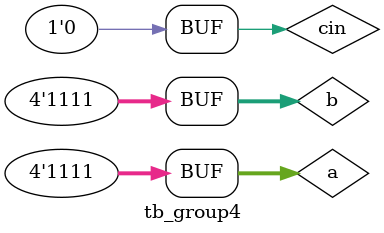
<source format=v>
module group4(a,b,cin,sum,cout);
input [3:0] a,b;
input cin;
output [3:0] sum;
output cout;
wire [3:0] sum_rca,sum_bec;
wire cout_rca,cout_bec;


rca4_1 r1(a,b,0,sum_rca,cout_rca);
bec4 b1(sum_rca,cout_rca,sum_bec,cout_bec);

mux_21 m1(sum_rca[0],sum_bec[0],cin,sum[0]);
mux_21 m2(sum_rca[1],sum_bec[1],cin,sum[1]);
mux_21 m3(sum_rca[2],sum_bec[2],cin,sum[2]);
mux_21 m4(sum_rca[3],sum_bec[3],cin,sum[3]);
mux_21 m5(cout_rca,cout_bec,cin,cout);

endmodule

module tb_group4;
reg [3:0] a,b;
reg cin;
wire [3:0] sum;
wire cout;

group4 g1(a,b,cin,sum,cout);

initial begin
a=4'b0110;
b=4'b0001;
cin=0;
#20 a=4'b1001;
#20 cin=1;
#20 b=4'hF;
#20 a=4'hF;
#20 cin=0;
end
endmodule


</source>
